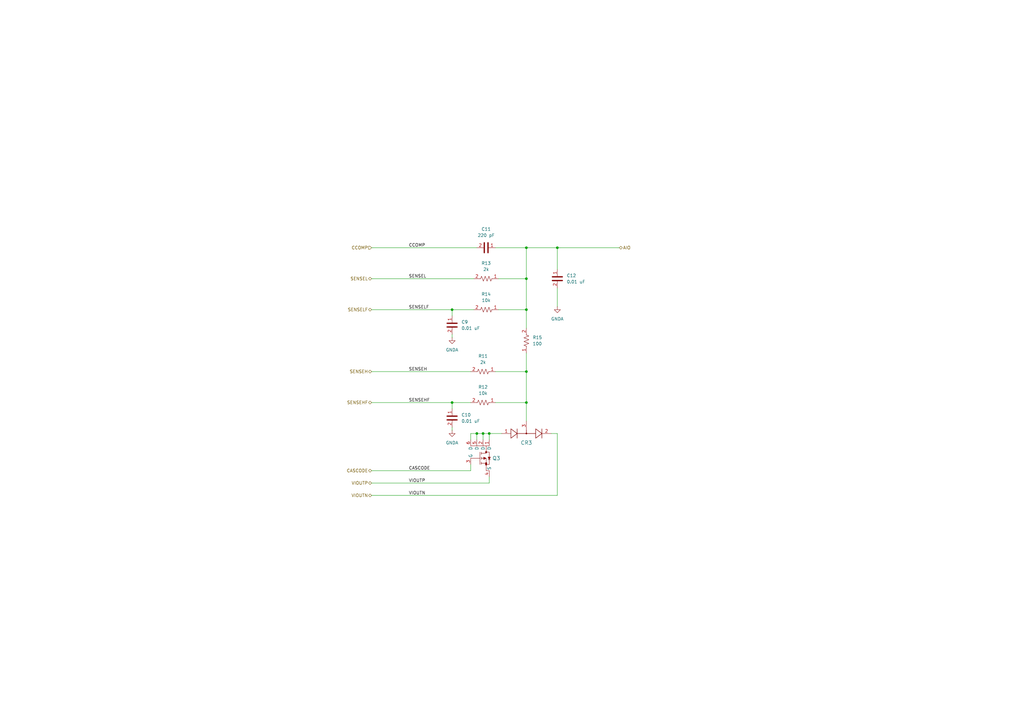
<source format=kicad_sch>
(kicad_sch (version 20231120) (generator "eeschema") (generator_version "8.0")
  (paper "A3")
  (lib_symbols
    (symbol "UNITED_CAPACITORS_DATA_BASE:C_C1005X7S2A103K050BB" (pin_names (offset 0.254))
      (property "Reference" "C" (at 0 5.08 0))
      (property "Value" "10 nF" (at 0 -5.08 0))
      (symbol "C_C1005X7S2A103K050BB_0_1"
        (polyline (pts (xy -0.762 -2.032) (xy -0.762 2.032)) (stroke (width 0.508)))
        (polyline (pts (xy 0.762 -2.032) (xy 0.762 2.032)) (stroke (width 0.508)))
      )
      (symbol "C_C1005X7S2A103K050BB_1_1"
        (pin unspecified line (at -3.81 0 0) (length 2.8) (name "") (number "1"))
        (pin unspecified line (at 3.81 0 180) (length 2.8) (name "") (number "2"))
      )
    )
    (symbol "UNITED_CAPACITORS_DATA_BASE:C_CGA2B2NP02A221J050BA" (pin_names (offset 0.254))
      (property "Reference" "C" (at 0 5.08 0))
      (property "Value" "220 pF" (at 0 -5.08 0))
      (symbol "C_CGA2B2NP02A221J050BA_0_1"
        (polyline (pts (xy -0.762 -2.032) (xy -0.762 2.032)) (stroke (width 0.508)))
        (polyline (pts (xy 0.762 -2.032) (xy 0.762 2.032)) (stroke (width 0.508)))
      )
      (symbol "C_CGA2B2NP02A221J050BA_1_1"
        (pin unspecified line (at -3.81 0 0) (length 2.8) (name "") (number "1"))
        (pin unspecified line (at 3.81 0 180) (length 2.8) (name "") (number "2"))
      )
    )
    (symbol "UNITED_DIODES_DATA_BASE:CR_SBAV99WT1G" (pin_names (offset 0.254))
      (property "Reference" "CR" (at 0 5.08 0))
      (property "Value" "100 V" (at 0 -5.08 0))
      (symbol "CR_SBAV99WT1G_1_0"
        (polyline (pts (xy 6.35 1.905) (xy 6.35 0) (xy 3.81 1.905) (xy 3.81 0) (xy 0 0) (xy 0 1.27) (xy 0 0) (xy -3.81 0) (xy -3.81 1.905) (xy -3.81 0) (xy -6.35 1.905) (xy -6.35 -1.905) (xy -3.81 0) (xy -3.81 -1.905) (xy -3.81 0) (xy 3.81 0) (xy 3.81 -1.905) (xy 6.35 0) (xy 6.35 -1.905)) (stroke (width 0.2032)))
        (circle (center 0 0) (radius 0.254) (fill (type outline)))
        (pin unspecified line (at -10.16 0 0) (length 3.81) (name "") (number "1"))
        (pin unspecified line (at 10.16 0 180) (length 3.81) (name "") (number "2"))
        (pin unspecified line (at 0 5.08 270) (length 3.81) (name "") (number "3"))
      )
    )
    (symbol "UNITED_RESISTORS_DATA_BASE:R_ERA-2AEB202X" (pin_names (offset 0.254))
      (property "Reference" "R" (at 0 2.54 0))
      (property "Value" "2 kΩ" (at 0 -2.54 0))
      (symbol "R_ERA-2AEB202X_0_1"
        (polyline (pts (xy -2.286 0) (xy -2.54 0)))
        (polyline (pts (xy 2.286 0) (xy 2.54 0)))
        (polyline (pts (xy -2.286 0) (xy -1.905 1.016) (xy -1.524 0) (xy -1.143 -1.016) (xy -0.762 0)))
        (polyline (pts (xy -0.762 0) (xy -0.381 1.016) (xy 0 0) (xy 0.381 -1.016) (xy 0.762 0)))
        (polyline (pts (xy 0.762 0) (xy 1.143 1.016) (xy 1.524 0) (xy 1.905 -1.016) (xy 2.286 0)))
      )
      (symbol "R_ERA-2AEB202X_1_1"
        (pin unspecified line (at -5.08 0 0) (length 2.54) (name "") (number "1"))
        (pin unspecified line (at 5.08 0 180) (length 2.54) (name "") (number "2"))
      )
    )
    (symbol "UNITED_RESISTORS_DATA_BASE:R_ERJ-2RKF1002X" (pin_names (offset 0.254))
      (property "Reference" "R" (at 0 2.54 0))
      (property "Value" "10 kΩ" (at 0 -2.54 0))
      (symbol "R_ERJ-2RKF1002X_0_1"
        (polyline (pts (xy -2.286 0) (xy -2.54 0)))
        (polyline (pts (xy 2.286 0) (xy 2.54 0)))
        (polyline (pts (xy -2.286 0) (xy -1.905 1.016) (xy -1.524 0) (xy -1.143 -1.016) (xy -0.762 0)))
        (polyline (pts (xy -0.762 0) (xy -0.381 1.016) (xy 0 0) (xy 0.381 -1.016) (xy 0.762 0)))
        (polyline (pts (xy 0.762 0) (xy 1.143 1.016) (xy 1.524 0) (xy 1.905 -1.016) (xy 2.286 0)))
      )
      (symbol "R_ERJ-2RKF1002X_1_1"
        (pin unspecified line (at -5.08 0 0) (length 2.54) (name "") (number "1"))
        (pin unspecified line (at 5.08 0 180) (length 2.54) (name "") (number "2"))
      )
    )
    (symbol "UNITED_RESISTORS_DATA_BASE:R_ERJ-2RKF2001X" (pin_names (offset 0.254))
      (property "Reference" "R" (at 0 2.54 0))
      (property "Value" "2 kΩ" (at 0 -2.54 0))
      (symbol "R_ERJ-2RKF2001X_0_1"
        (polyline (pts (xy -2.286 0) (xy -2.54 0)))
        (polyline (pts (xy 2.286 0) (xy 2.54 0)))
        (polyline (pts (xy -2.286 0) (xy -1.905 1.016) (xy -1.524 0) (xy -1.143 -1.016) (xy -0.762 0)))
        (polyline (pts (xy -0.762 0) (xy -0.381 1.016) (xy 0 0) (xy 0.381 -1.016) (xy 0.762 0)))
        (polyline (pts (xy 0.762 0) (xy 1.143 1.016) (xy 1.524 0) (xy 1.905 -1.016) (xy 2.286 0)))
      )
      (symbol "R_ERJ-2RKF2001X_1_1"
        (pin unspecified line (at -5.08 0 0) (length 2.54) (name "") (number "1"))
        (pin unspecified line (at 5.08 0 180) (length 2.54) (name "") (number "2"))
      )
    )
    (symbol "UNITED_RESISTORS_DATA_BASE:R_RT0805BRB07100RL" (pin_names (offset 0.254))
      (property "Reference" "R" (at 0 2.54 0))
      (property "Value" "100 Ω" (at 0 -2.54 0))
      (symbol "R_RT0805BRB07100RL_0_1"
        (polyline (pts (xy -2.286 0) (xy -2.54 0)))
        (polyline (pts (xy 2.286 0) (xy 2.54 0)))
        (polyline (pts (xy -2.286 0) (xy -1.905 1.016) (xy -1.524 0) (xy -1.143 -1.016) (xy -0.762 0)))
        (polyline (pts (xy -0.762 0) (xy -0.381 1.016) (xy 0 0) (xy 0.381 -1.016) (xy 0.762 0)))
        (polyline (pts (xy 0.762 0) (xy 1.143 1.016) (xy 1.524 0) (xy 1.905 -1.016) (xy 2.286 0)))
      )
      (symbol "R_RT0805BRB07100RL_1_1"
        (pin unspecified line (at -5.08 0 0) (length 2.54) (name "") (number "1"))
        (pin unspecified line (at 5.08 0 180) (length 2.54) (name "") (number "2"))
      )
    )
    (symbol "UNITED_TRANSISTORS_DATA_BASE:Q_ZXMP6A17E6TA" (pin_names (offset 0.254))
      (property "Reference" "Q" (at 0 7.62 0))
      (property "Value" "-60 V" (at 0 -7.62 0))
      (symbol "Q_ZXMP6A17E6TA_1_0"
        (circle (center -2.54 0) (radius 0.0254) (stroke (width 0.381)))
        (polyline (pts (xy 0 -6.35) (xy 0 -2.54) (xy -2.54 -2.54) (xy 2.54 -2.54) (xy 0 -2.54) (xy 0 -6.35)) (fill (type outline)))
        (polyline (pts (xy -5.08 1.27) (xy -5.08 -6.35) (xy -5.08 0) (xy -2.54 0) (xy -2.032 0) (xy -2.032 -2.032) (xy -2.54 -2.032) (xy -1.524 -2.032) (xy -2.032 -2.032) (xy -2.032 0) (xy -2.54 0) (xy -2.54 1.27) (xy -0.508 1.27) (xy -0.508 0.762) (xy 0.508 1.27) (xy 0.508 0.762) (xy 0.508 1.27) (xy 2.54 1.27) (xy 2.54 0) (xy 0 0) (xy -0.508 -1.016) (xy 0 -1.016) (xy 0 -2.032) (xy -0.508 -2.032) (xy 0.508 -2.032) (xy 0 -2.032) (xy 0 -1.016) (xy 0.508 -1.016) (xy 0 0) (xy 2.032 0) (xy 2.032 -2.032) (xy 1.524 -2.032) (xy 2.54 -2.032) (xy 2.032 -2.032) (xy 2.032 0) (xy 2.54 0) (xy 5.08 0) (xy 5.08 1.27) (xy 5.08 0) (xy 2.54 0) (xy 2.54 1.27) (xy 0.508 1.27) (xy 0.508 1.778) (xy 0.508 1.27) (xy -0.508 1.778) (xy -0.508 1.27) (xy -2.54 1.27) (xy -2.54 0) (xy -5.08 0)) (fill (type outline)))
        (circle (center 2.032 0) (radius 0.0254) (stroke (width 0.381)))
        (circle (center 2.54 0) (radius 0.0254) (stroke (width 0.381)))
        (pin unspecified line (at -7.62 1.27 0) (length 2.54) (name "D") (number "1"))
        (pin unspecified line (at -7.62 -1.27 0) (length 2.54) (name "D") (number "2"))
        (pin unspecified line (at 2.54 -6.35 180) (length 2.54) (name "G") (number "3"))
        (pin unspecified line (at 7.62 1.27 180) (length 2.54) (name "S") (number "4"))
        (pin unspecified line (at -7.62 -3.81 0) (length 2.54) (name "D") (number "5"))
        (pin unspecified line (at -7.62 -6.35 0) (length 2.54) (name "D") (number "6"))
      )
    )
    (symbol "power:GNDA" (power) (pin_numbers hide) (pin_names (offset 0) hide)
      (property "Value" "GNDA" (at 0 -3.81 0))
      (symbol "GNDA_0_1"
        (polyline (pts (xy 0 0) (xy 0 -1.27) (xy 1.27 -1.27) (xy 0 -2.54) (xy -1.27 -1.27) (xy 0 -1.27)))
      )
      (symbol "GNDA_1_1"
        (pin power_in line (at 0 0 270) (length 0) (name "~") (number "1"))
      )
    )
  )
  (junction (at 198.12 177.8))
  (junction (at 215.9 114.3))
  (junction (at 195.58 177.8))
  (junction (at 200.66 177.8))
  (junction (at 215.9 152.4))
  (junction (at 215.9 101.6))
  (junction (at 228.6 101.6))
  (junction (at 185.42 127))
  (junction (at 215.9 165.1))
  (junction (at 185.42 165.1))
  (junction (at 215.9 127))
  (wire (pts (xy 198.12 180.34) (xy 198.12 177.8)))
  (wire (pts (xy 152.4 198.12) (xy 200.66 198.12)))
  (wire (pts (xy 152.4 101.6) (xy 195.58 101.6)))
  (wire (pts (xy 226.06 177.8) (xy 228.6 177.8)))
  (wire (pts (xy 204.47 114.3) (xy 215.9 114.3)))
  (wire (pts (xy 215.9 165.1) (xy 215.9 172.72)))
  (wire (pts (xy 215.9 114.3) (xy 215.9 127)))
  (wire (pts (xy 195.58 177.8) (xy 198.12 177.8)))
  (wire (pts (xy 200.66 195.58) (xy 200.66 198.12)))
  (wire (pts (xy 152.4 193.04) (xy 193.04 193.04)))
  (wire (pts (xy 203.2 165.1) (xy 215.9 165.1)))
  (wire (pts (xy 185.42 127) (xy 185.42 129.54)))
  (wire (pts (xy 193.04 180.34) (xy 193.04 177.8)))
  (wire (pts (xy 152.4 165.1) (xy 185.42 165.1)))
  (wire (pts (xy 215.9 152.4) (xy 215.9 165.1)))
  (wire (pts (xy 152.4 152.4) (xy 193.04 152.4)))
  (wire (pts (xy 185.42 165.1) (xy 185.42 167.64)))
  (wire (pts (xy 203.2 152.4) (xy 215.9 152.4)))
  (wire (pts (xy 215.9 101.6) (xy 215.9 114.3)))
  (wire (pts (xy 228.6 110.49) (xy 228.6 101.6)))
  (wire (pts (xy 228.6 118.11) (xy 228.6 125.73)))
  (wire (pts (xy 228.6 101.6) (xy 254 101.6)))
  (wire (pts (xy 152.4 127) (xy 185.42 127)))
  (wire (pts (xy 185.42 175.26) (xy 185.42 176.53)))
  (wire (pts (xy 215.9 101.6) (xy 228.6 101.6)))
  (wire (pts (xy 198.12 177.8) (xy 200.66 177.8)))
  (wire (pts (xy 152.4 114.3) (xy 194.31 114.3)))
  (wire (pts (xy 215.9 127) (xy 215.9 134.62)))
  (wire (pts (xy 200.66 177.8) (xy 205.74 177.8)))
  (wire (pts (xy 185.42 127) (xy 194.31 127)))
  (wire (pts (xy 200.66 180.34) (xy 200.66 177.8)))
  (wire (pts (xy 195.58 180.34) (xy 195.58 177.8)))
  (wire (pts (xy 215.9 144.78) (xy 215.9 152.4)))
  (wire (pts (xy 193.04 190.5) (xy 193.04 193.04)))
  (wire (pts (xy 204.47 127) (xy 215.9 127)))
  (wire (pts (xy 185.42 137.16) (xy 185.42 138.43)))
  (wire (pts (xy 203.2 101.6) (xy 215.9 101.6)))
  (wire (pts (xy 228.6 177.8) (xy 228.6 203.2)))
  (wire (pts (xy 152.4 203.2) (xy 228.6 203.2)))
  (wire (pts (xy 185.42 165.1) (xy 193.04 165.1)))
  (wire (pts (xy 193.04 177.8) (xy 195.58 177.8)))
  (label "VIOUTN" (at 167.64 203.2 0))
  (label "SENSEHF" (at 167.64 165.1 0))
  (label "CASCODE" (at 167.64 193.04 0))
  (label "VIOUTP" (at 167.64 198.12 0))
  (label "SENSEH" (at 167.64 152.4 0))
  (label "CCOMP" (at 167.64 101.6 0))
  (label "SENSELF" (at 167.64 127 0))
  (label "SENSEL" (at 167.64 114.3 0))
  (hierarchical_label "SENSEH" (shape bidirectional) (at 152.4 152.4 180))
  (hierarchical_label "SENSELF" (shape bidirectional) (at 152.4 127 180))
  (hierarchical_label "CASCODE" (shape bidirectional) (at 152.4 193.04 180))
  (hierarchical_label "SENSEHF" (shape bidirectional) (at 152.4 165.1 180))
  (hierarchical_label "CCOMP" (shape input) (at 152.4 101.6 180))
  (hierarchical_label "SENSEL" (shape bidirectional) (at 152.4 114.3 180))
  (hierarchical_label "VIOUTP" (shape bidirectional) (at 152.4 198.12 180))
  (hierarchical_label "AIO" (shape bidirectional) (at 254 101.6 0))
  (hierarchical_label "VIOUTN" (shape bidirectional) (at 152.4 203.2 180))
  (symbol (lib_id "UNITED_TRANSISTORS_DATA_BASE:Q_ZXMP6A17E6TA") (at 199.39 187.96 270) (unit 1)
    (property "Reference" "Q3" (at 201.93 187.9599 90) (effects (font (size 1.524 1.524)) (justify left)))
    (property "Value" "ZXMP6A17E6TA" (effects (hide yes)))
    (property "Footprint" "transistor_footprints:SOT-26" (effects (hide yes)))
    (property "Datasheet" "https://www.diodes.com/assets/Datasheets/ZXMP6A17E6.pdf" (effects (hide yes)))
    (property "Description" "Transistor -60 V" (effects (hide yes)))
    (property "Drain Current (A)" "-3.0" (effects (hide yes)))
    (property "MPN" "ZXMP6A17E6TA" (effects (hide yes)))
    (property "Manufacturer" "Diodes Incorporated" (effects (hide yes)))
    (property "Series" "ZXMP6A17E6TA" (effects (hide yes)))
    (property "Symbol Name" "Q_ZXMP6A17E6TA" (effects (hide yes)))
    (property "Transistor Type" "P-Channel" (effects (hide yes)))
    (property "Trustedparts Search" "https://www.trustedparts.com/en/search/ZXMP6A17E6TA" (effects (hide yes)))
    (instances (project "minimal_ad74413r" (path "" (reference "Q3") (unit 1)) (path "" (reference "Q1") (unit 1)) (path "" (reference "Q4") (unit 1)) (path "" (reference "Q2") (unit 1))))
  )
  (symbol (lib_id "UNITED_CAPACITORS_DATA_BASE:C_C1005X7S2A103K050BB") (at 185.42 133.35 270) (unit 1)
    (property "Reference" "C9" (at 189.23 132.0799 90) (effects (justify left)))
    (property "Value" "0.01 uF" (at 189.23 134.6199 90) (effects (justify left)))
    (property "Footprint" "capacitor_footprints:C_0402_1005Metric" (effects (hide yes)))
    (property "Datasheet" "https://product.tdk.com/en/search/capacitor/ceramic/mlcc/info?part_no=C1005X7S2A103K050BB" (effects (hide yes)))
    (property "Description" "CAP SMD 10 nF X7S 10% 0402 100V" (effects (hide yes)))
    (property "MPN" "C1005X7S2A103K050BB" (effects (hide yes)))
    (property "Voltage Rating DC" "100 VDC " (effects (hide yes)))
    (property "Tolerance" "10%" (effects (hide yes)))
    (property "Symbol Name" "C_C1005X7S2A103K050BB" (effects (hide yes)))
    (property "Manufacturer" "TDK" (effects (hide yes)))
    (property "Case Code - in" "0402" (effects (hide yes)))
    (property "Case Code - mm" "1005" (effects (hide yes)))
    (property "Dielectric" "X7S" (effects (hide yes)))
    (property "Series" "C1005X7S2A" (effects (hide yes)))
    (property "Trustedparts Search" "https://www.trustedparts.com/en/search/C1005X7S2A103K050BB" (effects (hide yes)))
    (property "Voltage Rating" "100V" (effects (hide yes)))
    (instances (project "minimal_ad74413r" (path "" (reference "C9") (unit 1)) (path "" (reference "C1") (unit 1)) (path "" (reference "C13") (unit 1)) (path "" (reference "C5") (unit 1))))
  )
  (symbol (lib_id "power:GNDA") (at 185.42 176.53 0) (unit 1)
    (property "Reference" "#PWR017" (effects (hide yes)))
    (property "Value" "GNDA" (at 185.42 181.61 0))
    (property "Description" "Power symbol creates a global label with name \"GNDA\" , analog ground" (effects (hide yes)))
    (instances (project "minimal_ad74413r" (path "" (reference "#PWR017") (unit 1)) (path "" (reference "#PWR011") (unit 1)) (path "" (reference "#PWR020") (unit 1)) (path "" (reference "#PWR014") (unit 1))))
  )
  (symbol (lib_id "UNITED_RESISTORS_DATA_BASE:R_ERA-2AEB202X") (at 198.12 152.4 180) (unit 1)
    (property "Reference" "R11" (at 198.12 146.05 0))
    (property "Value" "2k" (at 198.12 148.59 0))
    (property "Footprint" "resistor_footprints:R_0402_1005Metric" (effects (hide yes)))
    (property "Datasheet" "https://industrial.panasonic.com/cdbs/www-data/pdf/RDM0000/AOA0000C307.pdf" (effects (hide yes)))
    (property "Description" "RES SMD 2 kΩ 0.1% 0402 50V" (effects (hide yes)))
    (property "MPN" "ERA-2AEB202X" (effects (hide yes)))
    (property "Voltage Rating" "50V" (effects (hide yes)))
    (property "Manufacturer" "Panasonic" (effects (hide yes)))
    (property "Tolerance" "0.1%" (effects (hide yes)))
    (property "Symbol Name" "R_ERA-2AEB202X" (effects (hide yes)))
    (property "Case Code - in" "0402" (effects (hide yes)))
    (property "Case Code - mm" "1005" (effects (hide yes)))
    (property "Series" "ERA-2AEB" (effects (hide yes)))
    (property "Temperature Coefficient" "25 ppm/°C" (effects (hide yes)))
    (property "Trustedparts Search" "https://www.trustedparts.com/en/search/ERA-2AEB202X" (effects (hide yes)))
    (instances (project "minimal_ad74413r" (path "" (reference "R11") (unit 1)) (path "" (reference "R1") (unit 1)) (path "" (reference "R16") (unit 1)) (path "" (reference "R6") (unit 1))))
  )
  (symbol (lib_id "power:GNDA") (at 185.42 138.43 0) (unit 1)
    (property "Reference" "#PWR016" (effects (hide yes)))
    (property "Value" "GNDA" (at 185.42 143.51 0))
    (property "Description" "Power symbol creates a global label with name \"GNDA\" , analog ground" (effects (hide yes)))
    (instances (project "minimal_ad74413r" (path "" (reference "#PWR016") (unit 1)) (path "" (reference "#PWR010") (unit 1)) (path "" (reference "#PWR019") (unit 1)) (path "" (reference "#PWR012") (unit 1))))
  )
  (symbol (lib_id "UNITED_CAPACITORS_DATA_BASE:C_CGA2B2NP02A221J050BA") (at 199.39 101.6 180) (unit 1)
    (property "Reference" "C11" (at 199.39 93.98 0))
    (property "Value" "220 pF" (at 199.39 96.52 0))
    (property "Footprint" "capacitor_footprints:C_0402_1005Metric" (effects (hide yes)))
    (property "Datasheet" "https://product.tdk.com/en/search/capacitor/ceramic/mlcc/info?part_no=CGA2B2NP02A221J050BA" (effects (hide yes)))
    (property "Description" "CAP SMD 220 pF C0G (NP0) 5% 0402 100V" (effects (hide yes)))
    (property "MPN" "CGA2B2NP02A221J050BA" (effects (hide yes)))
    (property "Voltage Rating DC" "100 VDC " (effects (hide yes)))
    (property "Tolerance" "5%" (effects (hide yes)))
    (property "Symbol Name" "C_CGA2B2NP02A221J050BA" (effects (hide yes)))
    (property "Manufacturer" "TDK" (effects (hide yes)))
    (property "Case Code - in" "0402" (effects (hide yes)))
    (property "Case Code - mm" "1005" (effects (hide yes)))
    (property "Dielectric" "C0G (NP0)" (effects (hide yes)))
    (property "Series" "CGA2B2NP02A" (effects (hide yes)))
    (property "Trustedparts Search" "https://www.trustedparts.com/en/search/CGA2B2NP02A221J050BA" (effects (hide yes)))
    (property "Voltage Rating" "100V" (effects (hide yes)))
    (instances (project "minimal_ad74413r" (path "" (reference "C11") (unit 1)) (path "" (reference "C3") (unit 1)) (path "" (reference "C15") (unit 1)) (path "" (reference "C7") (unit 1))))
  )
  (symbol (lib_id "UNITED_RESISTORS_DATA_BASE:R_RT0805BRB07100RL") (at 215.9 139.7 90) (unit 1)
    (property "Reference" "R15" (at 218.44 138.4299 90) (effects (justify right)))
    (property "Value" "100" (at 218.44 140.9699 90) (effects (justify right)))
    (property "Footprint" "resistor_footprints:R_0805_2012Metric" (effects (hide yes)))
    (property "Datasheet" "https://www.yageo.com/en/ProductSearch/PartNumberSearch?part_number=RT0805BRB07100RL" (effects (hide yes)))
    (property "Description" "RES SMD 100 Ω 0.1% 0805 150V" (effects (hide yes)))
    (property "MPN" "RT0805BRB07100RL" (effects (hide yes)))
    (property "Voltage Rating" "150V" (effects (hide yes)))
    (property "Manufacturer" "Yageo" (effects (hide yes)))
    (property "Tolerance" "0.1%" (effects (hide yes)))
    (property "Symbol Name" "R_RT0805BRB07100RL" (effects (hide yes)))
    (property "Case Code - in" "0805" (effects (hide yes)))
    (property "Case Code - mm" "2012" (effects (hide yes)))
    (property "Series" "RT0805BRB07" (effects (hide yes)))
    (property "Temperature Coefficient" "10 ppm/°C" (effects (hide yes)))
    (property "Trustedparts Search" "https://www.trustedparts.com/en/search/RT0805BRB07100RL" (effects (hide yes)))
    (instances (project "minimal_ad74413r" (path "" (reference "R15") (unit 1)) (path "" (reference "R5") (unit 1)) (path "" (reference "R20") (unit 1)) (path "" (reference "R10") (unit 1))))
  )
  (symbol (lib_id "UNITED_CAPACITORS_DATA_BASE:C_C1005X7S2A103K050BB") (at 228.6 114.3 270) (unit 1)
    (property "Reference" "C12" (at 232.41 113.0299 90) (effects (justify left)))
    (property "Value" "0.01 uF" (at 232.41 115.5699 90) (effects (justify left)))
    (property "Footprint" "capacitor_footprints:C_0402_1005Metric" (effects (hide yes)))
    (property "Datasheet" "https://product.tdk.com/en/search/capacitor/ceramic/mlcc/info?part_no=C1005X7S2A103K050BB" (effects (hide yes)))
    (property "Description" "CAP SMD 10 nF X7S 10% 0402 100V" (effects (hide yes)))
    (property "MPN" "C1005X7S2A103K050BB" (effects (hide yes)))
    (property "Voltage Rating DC" "100 VDC " (effects (hide yes)))
    (property "Tolerance" "10%" (effects (hide yes)))
    (property "Symbol Name" "C_C1005X7S2A103K050BB" (effects (hide yes)))
    (property "Manufacturer" "TDK" (effects (hide yes)))
    (property "Case Code - in" "0402" (effects (hide yes)))
    (property "Case Code - mm" "1005" (effects (hide yes)))
    (property "Dielectric" "X7S" (effects (hide yes)))
    (property "Series" "C1005X7S2A" (effects (hide yes)))
    (property "Trustedparts Search" "https://www.trustedparts.com/en/search/C1005X7S2A103K050BB" (effects (hide yes)))
    (property "Voltage Rating" "100V" (effects (hide yes)))
    (instances (project "minimal_ad74413r" (path "" (reference "C12") (unit 1)) (path "" (reference "C4") (unit 1)) (path "" (reference "C16") (unit 1)) (path "" (reference "C8") (unit 1))))
  )
  (symbol (lib_id "UNITED_CAPACITORS_DATA_BASE:C_C1005X7S2A103K050BB") (at 185.42 171.45 270) (unit 1)
    (property "Reference" "C10" (at 189.23 170.1799 90) (effects (justify left)))
    (property "Value" "0.01 uF" (at 189.23 172.7199 90) (effects (justify left)))
    (property "Footprint" "capacitor_footprints:C_0402_1005Metric" (effects (hide yes)))
    (property "Datasheet" "https://product.tdk.com/en/search/capacitor/ceramic/mlcc/info?part_no=C1005X7S2A103K050BB" (effects (hide yes)))
    (property "Description" "CAP SMD 10 nF X7S 10% 0402 100V" (effects (hide yes)))
    (property "MPN" "C1005X7S2A103K050BB" (effects (hide yes)))
    (property "Voltage Rating DC" "100 VDC " (effects (hide yes)))
    (property "Tolerance" "10%" (effects (hide yes)))
    (property "Symbol Name" "C_C1005X7S2A103K050BB" (effects (hide yes)))
    (property "Manufacturer" "TDK" (effects (hide yes)))
    (property "Case Code - in" "0402" (effects (hide yes)))
    (property "Case Code - mm" "1005" (effects (hide yes)))
    (property "Dielectric" "X7S" (effects (hide yes)))
    (property "Series" "C1005X7S2A" (effects (hide yes)))
    (property "Trustedparts Search" "https://www.trustedparts.com/en/search/C1005X7S2A103K050BB" (effects (hide yes)))
    (property "Voltage Rating" "100V" (effects (hide yes)))
    (instances (project "minimal_ad74413r" (path "" (reference "C10") (unit 1)) (path "" (reference "C2") (unit 1)) (path "" (reference "C14") (unit 1)) (path "" (reference "C6") (unit 1))))
  )
  (symbol (lib_id "UNITED_RESISTORS_DATA_BASE:R_ERJ-2RKF1002X") (at 198.12 165.1 180) (unit 1)
    (property "Reference" "R12" (at 198.12 158.75 0))
    (property "Value" "10k" (at 198.12 161.29 0))
    (property "Footprint" "resistor_footprints:R_0402_1005Metric" (effects (hide yes)))
    (property "Datasheet" "https://industrial.panasonic.com/cdbs/www-data/pdf/RDA0000/AOA0000C304.pdf" (effects (hide yes)))
    (property "Description" "RES SMD 10 kΩ 1% 0402 50V" (effects (hide yes)))
    (property "MPN" "ERJ-2RKF1002X" (effects (hide yes)))
    (property "Voltage Rating" "50V" (effects (hide yes)))
    (property "Manufacturer" "Panasonic" (effects (hide yes)))
    (property "Tolerance" "1%" (effects (hide yes)))
    (property "Symbol Name" "R_ERJ-2RKF1002X" (effects (hide yes)))
    (property "Case Code - in" "0402" (effects (hide yes)))
    (property "Case Code - mm" "1005" (effects (hide yes)))
    (property "Series" "ERJ-2RKF" (effects (hide yes)))
    (property "Temperature Coefficient" "100 ppm/°C" (effects (hide yes)))
    (property "Trustedparts Search" "https://www.trustedparts.com/en/search/ERJ-2RKF1002X" (effects (hide yes)))
    (instances (project "minimal_ad74413r" (path "" (reference "R12") (unit 1)) (path "" (reference "R2") (unit 1)) (path "" (reference "R17") (unit 1)) (path "" (reference "R7") (unit 1))))
  )
  (symbol (lib_id "UNITED_RESISTORS_DATA_BASE:R_ERJ-2RKF2001X") (at 199.39 114.3 180) (unit 1)
    (property "Reference" "R13" (at 199.39 107.95 0))
    (property "Value" "2k" (at 199.39 110.49 0))
    (property "Footprint" "resistor_footprints:R_0402_1005Metric" (effects (hide yes)))
    (property "Datasheet" "https://industrial.panasonic.com/cdbs/www-data/pdf/RDA0000/AOA0000C304.pdf" (effects (hide yes)))
    (property "Description" "RES SMD 2 kΩ 1% 0402 50V" (effects (hide yes)))
    (property "MPN" "ERJ-2RKF2001X" (effects (hide yes)))
    (property "Voltage Rating" "50V" (effects (hide yes)))
    (property "Manufacturer" "Panasonic" (effects (hide yes)))
    (property "Tolerance" "1%" (effects (hide yes)))
    (property "Symbol Name" "R_ERJ-2RKF2001X" (effects (hide yes)))
    (property "Case Code - in" "0402" (effects (hide yes)))
    (property "Case Code - mm" "1005" (effects (hide yes)))
    (property "Series" "ERJ-2RKF" (effects (hide yes)))
    (property "Temperature Coefficient" "100 ppm/°C" (effects (hide yes)))
    (property "Trustedparts Search" "https://www.trustedparts.com/en/search/ERJ-2RKF2001X" (effects (hide yes)))
    (instances (project "minimal_ad74413r" (path "" (reference "R13") (unit 1)) (path "" (reference "R3") (unit 1)) (path "" (reference "R18") (unit 1)) (path "" (reference "R8") (unit 1))))
  )
  (symbol (lib_id "power:GNDA") (at 228.6 125.73 0) (unit 1)
    (property "Reference" "#PWR018" (effects (hide yes)))
    (property "Value" "GNDA" (at 228.6 130.81 0))
    (property "Description" "Power symbol creates a global label with name \"GNDA\" , analog ground" (effects (hide yes)))
    (instances (project "minimal_ad74413r" (path "" (reference "#PWR018") (unit 1)) (path "" (reference "#PWR013") (unit 1)) (path "" (reference "#PWR021") (unit 1)) (path "" (reference "#PWR015") (unit 1))))
  )
  (symbol (lib_id "UNITED_DIODES_DATA_BASE:CR_SBAV99WT1G") (at 215.9 177.8 0) (unit 1)
    (property "Reference" "CR3" (at 215.9 181.61 0) (effects (font (size 1.524 1.524))))
    (property "Value" "SBAV99WT1G" (effects (hide yes)))
    (property "Footprint" "diode_footprints:SC_70" (effects (hide yes)))
    (property "Datasheet" "https://www.onsemi.com/products/discrete-power-modules/small-signal-switching-diodes/bav99w" (effects (hide yes)))
    (property "Description" "Dual Small Signal Switching Diodes SMD 100 V" (effects (hide yes)))
    (property "Diode Type" "Dual Small Signal Switching Diodes" (effects (hide yes)))
    (property "MPN" "SBAV99WT1G" (effects (hide yes)))
    (property "Manufacturer" "Kingbright" (effects (hide yes)))
    (property "Maximum DC Current (A)" "0.215" (effects (hide yes)))
    (property "Series" "SBAV99WT1G" (effects (hide yes)))
    (property "Symbol Name" "CR_SBAV99WT1G" (effects (hide yes)))
    (property "Trustedparts Search" "https://www.trustedparts.com/en/search/SBAV99WT1G" (effects (hide yes)))
    (instances (project "minimal_ad74413r" (path "" (reference "CR3") (unit 1)) (path "" (reference "CR1") (unit 1)) (path "" (reference "CR4") (unit 1)) (path "" (reference "CR2") (unit 1))))
  )
  (symbol (lib_id "UNITED_RESISTORS_DATA_BASE:R_ERJ-2RKF1002X") (at 199.39 127 180) (unit 1)
    (property "Reference" "R14" (at 199.39 120.65 0))
    (property "Value" "10k" (at 199.39 123.19 0))
    (property "Footprint" "resistor_footprints:R_0402_1005Metric" (effects (hide yes)))
    (property "Datasheet" "https://industrial.panasonic.com/cdbs/www-data/pdf/RDA0000/AOA0000C304.pdf" (effects (hide yes)))
    (property "Description" "RES SMD 10 kΩ 1% 0402 50V" (effects (hide yes)))
    (property "MPN" "ERJ-2RKF1002X" (effects (hide yes)))
    (property "Voltage Rating" "50V" (effects (hide yes)))
    (property "Manufacturer" "Panasonic" (effects (hide yes)))
    (property "Tolerance" "1%" (effects (hide yes)))
    (property "Symbol Name" "R_ERJ-2RKF1002X" (effects (hide yes)))
    (property "Case Code - in" "0402" (effects (hide yes)))
    (property "Case Code - mm" "1005" (effects (hide yes)))
    (property "Series" "ERJ-2RKF" (effects (hide yes)))
    (property "Temperature Coefficient" "100 ppm/°C" (effects (hide yes)))
    (property "Trustedparts Search" "https://www.trustedparts.com/en/search/ERJ-2RKF1002X" (effects (hide yes)))
    (instances (project "minimal_ad74413r" (path "" (reference "R14") (unit 1)) (path "" (reference "R4") (unit 1)) (path "" (reference "R19") (unit 1)) (path "" (reference "R9") (unit 1))))
  )
)
</source>
